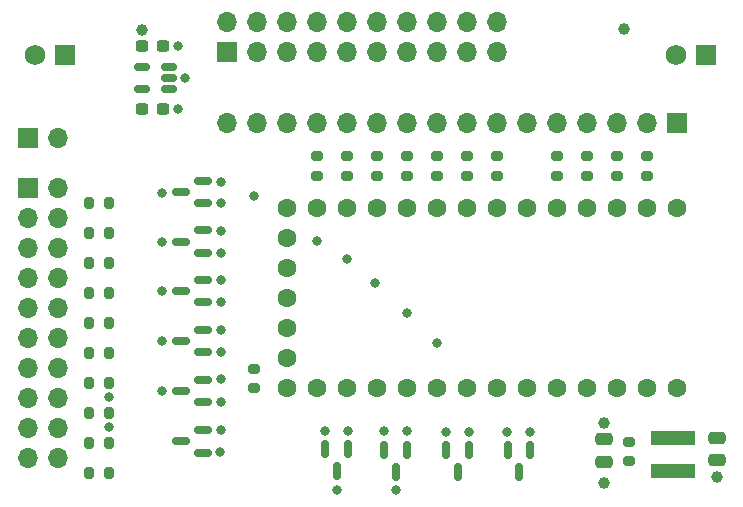
<source format=gbr>
%TF.GenerationSoftware,KiCad,Pcbnew,6.0.11-3.fc37*%
%TF.CreationDate,2024-04-07T15:32:32-04:00*%
%TF.ProjectId,Controller_T4,436f6e74-726f-46c6-9c65-725f54342e6b,rev?*%
%TF.SameCoordinates,Original*%
%TF.FileFunction,Soldermask,Top*%
%TF.FilePolarity,Negative*%
%FSLAX46Y46*%
G04 Gerber Fmt 4.6, Leading zero omitted, Abs format (unit mm)*
G04 Created by KiCad (PCBNEW 6.0.11-3.fc37) date 2024-04-07 15:32:32*
%MOMM*%
%LPD*%
G01*
G04 APERTURE LIST*
G04 Aperture macros list*
%AMRoundRect*
0 Rectangle with rounded corners*
0 $1 Rounding radius*
0 $2 $3 $4 $5 $6 $7 $8 $9 X,Y pos of 4 corners*
0 Add a 4 corners polygon primitive as box body*
4,1,4,$2,$3,$4,$5,$6,$7,$8,$9,$2,$3,0*
0 Add four circle primitives for the rounded corners*
1,1,$1+$1,$2,$3*
1,1,$1+$1,$4,$5*
1,1,$1+$1,$6,$7*
1,1,$1+$1,$8,$9*
0 Add four rect primitives between the rounded corners*
20,1,$1+$1,$2,$3,$4,$5,0*
20,1,$1+$1,$4,$5,$6,$7,0*
20,1,$1+$1,$6,$7,$8,$9,0*
20,1,$1+$1,$8,$9,$2,$3,0*%
G04 Aperture macros list end*
%ADD10RoundRect,0.150000X0.587500X0.150000X-0.587500X0.150000X-0.587500X-0.150000X0.587500X-0.150000X0*%
%ADD11RoundRect,0.200000X-0.200000X-0.275000X0.200000X-0.275000X0.200000X0.275000X-0.200000X0.275000X0*%
%ADD12RoundRect,0.200000X-0.275000X0.200000X-0.275000X-0.200000X0.275000X-0.200000X0.275000X0.200000X0*%
%ADD13RoundRect,0.250000X-0.475000X0.250000X-0.475000X-0.250000X0.475000X-0.250000X0.475000X0.250000X0*%
%ADD14R,1.700000X1.700000*%
%ADD15O,1.700000X1.700000*%
%ADD16RoundRect,0.237500X-0.300000X-0.237500X0.300000X-0.237500X0.300000X0.237500X-0.300000X0.237500X0*%
%ADD17C,1.600000*%
%ADD18RoundRect,0.150000X-0.150000X0.587500X-0.150000X-0.587500X0.150000X-0.587500X0.150000X0.587500X0*%
%ADD19R,1.755000X1.755000*%
%ADD20C,1.755000*%
%ADD21RoundRect,0.250000X0.475000X-0.250000X0.475000X0.250000X-0.475000X0.250000X-0.475000X-0.250000X0*%
%ADD22RoundRect,0.150000X0.512500X0.150000X-0.512500X0.150000X-0.512500X-0.150000X0.512500X-0.150000X0*%
%ADD23R,3.700000X1.200000*%
%ADD24C,0.800000*%
%ADD25C,1.000000*%
G04 APERTURE END LIST*
D10*
%TO.C,D4*%
X120855000Y-104965000D03*
X120855000Y-103065000D03*
X118980000Y-104015000D03*
%TD*%
D11*
%TO.C,R9*%
X111195000Y-123620000D03*
X112845000Y-123620000D03*
%TD*%
D12*
%TO.C,R21*%
X138085000Y-96800000D03*
X138085000Y-98450000D03*
%TD*%
%TO.C,R16*%
X143165000Y-96800000D03*
X143165000Y-98450000D03*
%TD*%
D13*
%TO.C,C1*%
X164350000Y-120610000D03*
X164350000Y-122510000D03*
%TD*%
D10*
%TO.C,D2*%
X120855000Y-100770000D03*
X120855000Y-98870000D03*
X118980000Y-99820000D03*
%TD*%
D14*
%TO.C,J3*%
X160945000Y-94000000D03*
D15*
X158390000Y-94000000D03*
X155850000Y-94000000D03*
X153310000Y-94000000D03*
X150770000Y-94000000D03*
X148230000Y-94000000D03*
X145690000Y-94000000D03*
X143150000Y-94000000D03*
X140610000Y-94000000D03*
X138070000Y-94000000D03*
X135530000Y-94000000D03*
X132990000Y-94000000D03*
X130450000Y-94000000D03*
X127910000Y-94000000D03*
X125370000Y-94000000D03*
X122830000Y-94000000D03*
%TD*%
D11*
%TO.C,R10*%
X111195000Y-121080000D03*
X112845000Y-121080000D03*
%TD*%
D16*
%TO.C,C3*%
X115697500Y-92810000D03*
X117422500Y-92810000D03*
%TD*%
D17*
%TO.C,U1*%
X160945000Y-101160000D03*
X158405000Y-101160000D03*
X155865000Y-101160000D03*
X153325000Y-101160000D03*
X150785000Y-101160000D03*
X148245000Y-101160000D03*
X145705000Y-101160000D03*
X143165000Y-101160000D03*
X140625000Y-101160000D03*
X138085000Y-101160000D03*
X135545000Y-101160000D03*
X133005000Y-101160000D03*
X130465000Y-101160000D03*
X127925000Y-101160000D03*
X127925000Y-103700000D03*
X127925000Y-106240000D03*
X127925000Y-108780000D03*
X127925000Y-111320000D03*
X127925000Y-113860000D03*
X127925000Y-116400000D03*
X130465000Y-116400000D03*
X133005000Y-116400000D03*
X135545000Y-116400000D03*
X138085000Y-116400000D03*
X140625000Y-116400000D03*
X143165000Y-116400000D03*
X145705000Y-116400000D03*
X148245000Y-116400000D03*
X150785000Y-116400000D03*
X153325000Y-116400000D03*
X155865000Y-116400000D03*
X158405000Y-116400000D03*
X160945000Y-116400000D03*
%TD*%
D12*
%TO.C,R11*%
X156900000Y-120955000D03*
X156900000Y-122605000D03*
%TD*%
D11*
%TO.C,R8*%
X111195000Y-118540000D03*
X112845000Y-118540000D03*
%TD*%
D12*
%TO.C,R12*%
X130465000Y-96800000D03*
X130465000Y-98450000D03*
%TD*%
D14*
%TO.C,J1*%
X106000000Y-99500000D03*
D15*
X108540000Y-99500000D03*
X106000000Y-102040000D03*
X108540000Y-102040000D03*
X106000000Y-104580000D03*
X108540000Y-104580000D03*
X106000000Y-107120000D03*
X108540000Y-107120000D03*
X106000000Y-109660000D03*
X108540000Y-109660000D03*
X106000000Y-112200000D03*
X108540000Y-112200000D03*
X106000000Y-114740000D03*
X108540000Y-114740000D03*
X106000000Y-117280000D03*
X108540000Y-117280000D03*
X106000000Y-119820000D03*
X108540000Y-119820000D03*
X106000000Y-122360000D03*
X108540000Y-122360000D03*
%TD*%
D11*
%TO.C,R5*%
X111195000Y-105840000D03*
X112845000Y-105840000D03*
%TD*%
D12*
%TO.C,R22*%
X153310000Y-96800000D03*
X153310000Y-98450000D03*
%TD*%
%TO.C,R20*%
X145705000Y-96800000D03*
X145705000Y-98450000D03*
%TD*%
D10*
%TO.C,D8*%
X120855000Y-113355000D03*
X120855000Y-111455000D03*
X118980000Y-112405000D03*
%TD*%
D11*
%TO.C,R6*%
X111195000Y-116000000D03*
X112845000Y-116000000D03*
%TD*%
D18*
%TO.C,D7*%
X138100000Y-121620000D03*
X136200000Y-121620000D03*
X137150000Y-123495000D03*
%TD*%
D16*
%TO.C,C2*%
X115697500Y-87460000D03*
X117422500Y-87460000D03*
%TD*%
D14*
%TO.C,J6*%
X106000000Y-95250000D03*
D15*
X108540000Y-95250000D03*
%TD*%
D18*
%TO.C,D5*%
X133100000Y-121570000D03*
X131200000Y-121570000D03*
X132150000Y-123445000D03*
%TD*%
D12*
%TO.C,R17*%
X158405000Y-96800000D03*
X158405000Y-98450000D03*
%TD*%
D19*
%TO.C,J4*%
X109145000Y-88250000D03*
D20*
X106605000Y-88250000D03*
%TD*%
D21*
%TO.C,C5*%
X154750000Y-122650000D03*
X154750000Y-120750000D03*
%TD*%
D18*
%TO.C,D9*%
X148520000Y-121670000D03*
X146620000Y-121670000D03*
X147570000Y-123545000D03*
%TD*%
D22*
%TO.C,U2*%
X117977500Y-91110000D03*
X117977500Y-90160000D03*
X117977500Y-89210000D03*
X115702500Y-89210000D03*
X115702500Y-91110000D03*
%TD*%
D12*
%TO.C,R23*%
X135530000Y-96800000D03*
X135530000Y-98450000D03*
%TD*%
%TO.C,R18*%
X155850000Y-96800000D03*
X155850000Y-98450000D03*
%TD*%
%TO.C,R14*%
X125150000Y-114765000D03*
X125150000Y-116415000D03*
%TD*%
D11*
%TO.C,R3*%
X111195000Y-103300000D03*
X112845000Y-103300000D03*
%TD*%
D18*
%TO.C,D10*%
X143340000Y-121660000D03*
X141440000Y-121660000D03*
X142390000Y-123535000D03*
%TD*%
D14*
%TO.C,J2*%
X122830000Y-87940000D03*
D15*
X122830000Y-85400000D03*
X125370000Y-87940000D03*
X125370000Y-85400000D03*
X127910000Y-87940000D03*
X127910000Y-85400000D03*
X130450000Y-87940000D03*
X130450000Y-85400000D03*
X132990000Y-87940000D03*
X132990000Y-85400000D03*
X135530000Y-87940000D03*
X135530000Y-85400000D03*
X138070000Y-87940000D03*
X138070000Y-85400000D03*
X140610000Y-87940000D03*
X140610000Y-85400000D03*
X143150000Y-87940000D03*
X143150000Y-85400000D03*
X145690000Y-87940000D03*
X145690000Y-85400000D03*
%TD*%
D11*
%TO.C,R1*%
X111195000Y-100760000D03*
X112845000Y-100760000D03*
%TD*%
D19*
%TO.C,J5*%
X163395000Y-88250000D03*
D20*
X160855000Y-88250000D03*
%TD*%
D23*
%TO.C,L1*%
X160620000Y-120600000D03*
X160620000Y-123400000D03*
%TD*%
D12*
%TO.C,R13*%
X140625000Y-96800000D03*
X140625000Y-98450000D03*
%TD*%
D11*
%TO.C,R7*%
X111195000Y-108380000D03*
X112845000Y-108380000D03*
%TD*%
D10*
%TO.C,D6*%
X120855000Y-109160000D03*
X120855000Y-107260000D03*
X118980000Y-108210000D03*
%TD*%
D11*
%TO.C,R2*%
X111195000Y-110920000D03*
X112845000Y-110920000D03*
%TD*%
D12*
%TO.C,R19*%
X150770000Y-96800000D03*
X150770000Y-98450000D03*
%TD*%
D11*
%TO.C,R4*%
X111195000Y-113460000D03*
X112845000Y-113460000D03*
%TD*%
D12*
%TO.C,R15*%
X133005000Y-96800000D03*
X133005000Y-98450000D03*
%TD*%
D10*
%TO.C,D1*%
X120855000Y-117630000D03*
X120855000Y-115730000D03*
X118980000Y-116680000D03*
%TD*%
%TO.C,D3*%
X120810000Y-121870000D03*
X120810000Y-119970000D03*
X118935000Y-120920000D03*
%TD*%
D24*
X130475000Y-103975000D03*
X117357500Y-99885000D03*
X143341875Y-120157500D03*
D25*
X154760000Y-119350000D03*
D24*
X122337500Y-104970000D03*
X122337500Y-117600000D03*
X148511875Y-120147500D03*
X138111875Y-120007500D03*
X122337500Y-100770000D03*
X118720000Y-87460000D03*
X118720000Y-92810000D03*
X122337500Y-113370000D03*
D25*
X164340000Y-123930000D03*
D24*
X122310000Y-121850000D03*
X133101875Y-120077500D03*
X119330000Y-90150000D03*
X122337500Y-109140000D03*
X133000000Y-105500000D03*
X117357500Y-104010000D03*
X117357500Y-108235000D03*
X135420000Y-107490000D03*
X138085000Y-110055000D03*
X117357500Y-112425000D03*
D25*
X154780000Y-124440000D03*
X115670000Y-86110000D03*
X156500000Y-86000000D03*
D24*
X141445625Y-120147500D03*
X146610000Y-120157500D03*
X122337500Y-111510000D03*
X136203750Y-120077500D03*
X122337500Y-103100000D03*
X131181875Y-120017500D03*
X122322500Y-119980000D03*
X122337500Y-98930000D03*
X122337500Y-107290000D03*
X122337500Y-115680000D03*
X140625000Y-112605000D03*
X117357500Y-116690000D03*
X112860000Y-117200000D03*
X132181875Y-125007500D03*
X112850000Y-119740000D03*
X137163750Y-125057500D03*
X125150000Y-100140000D03*
M02*

</source>
